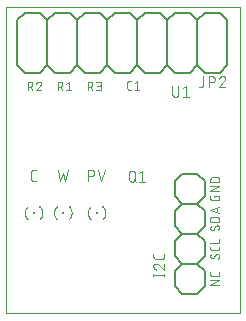
<source format=gto>
G75*
%MOIN*%
%OFA0B0*%
%FSLAX25Y25*%
%IPPOS*%
%LPD*%
%AMOC8*
5,1,8,0,0,1.08239X$1,22.5*
%
%ADD10C,0.00000*%
%ADD11C,0.00300*%
%ADD12C,0.00600*%
%ADD13C,0.00400*%
%ADD14R,0.00787X0.00787*%
%ADD15R,0.00984X0.00591*%
D10*
X0330000Y0517000D02*
X0330000Y0619000D01*
X0408000Y0619000D01*
X0408000Y0517000D01*
X0330000Y0517000D01*
D11*
X0339250Y0561150D02*
X0340072Y0561150D01*
X0339250Y0561150D02*
X0339194Y0561152D01*
X0339138Y0561158D01*
X0339083Y0561167D01*
X0339028Y0561180D01*
X0338975Y0561197D01*
X0338923Y0561218D01*
X0338872Y0561242D01*
X0338823Y0561270D01*
X0338776Y0561300D01*
X0338731Y0561334D01*
X0338689Y0561371D01*
X0338649Y0561411D01*
X0338612Y0561453D01*
X0338578Y0561498D01*
X0338548Y0561545D01*
X0338520Y0561594D01*
X0338496Y0561645D01*
X0338475Y0561697D01*
X0338458Y0561750D01*
X0338445Y0561805D01*
X0338436Y0561860D01*
X0338430Y0561916D01*
X0338428Y0561972D01*
X0338428Y0564028D01*
X0338430Y0564084D01*
X0338436Y0564140D01*
X0338445Y0564195D01*
X0338458Y0564250D01*
X0338475Y0564303D01*
X0338496Y0564355D01*
X0338520Y0564406D01*
X0338548Y0564455D01*
X0338578Y0564502D01*
X0338612Y0564547D01*
X0338649Y0564589D01*
X0338689Y0564629D01*
X0338731Y0564666D01*
X0338776Y0564700D01*
X0338823Y0564730D01*
X0338872Y0564758D01*
X0338923Y0564782D01*
X0338975Y0564803D01*
X0339028Y0564820D01*
X0339083Y0564833D01*
X0339138Y0564842D01*
X0339194Y0564848D01*
X0339250Y0564850D01*
X0340072Y0564850D01*
X0347356Y0564850D02*
X0348178Y0561150D01*
X0349000Y0563617D01*
X0349822Y0561150D01*
X0350644Y0564850D01*
X0357405Y0564850D02*
X0357405Y0561150D01*
X0357405Y0562794D02*
X0358433Y0562794D01*
X0358496Y0562796D01*
X0358559Y0562802D01*
X0358622Y0562812D01*
X0358684Y0562825D01*
X0358745Y0562842D01*
X0358804Y0562863D01*
X0358863Y0562888D01*
X0358919Y0562916D01*
X0358974Y0562948D01*
X0359027Y0562983D01*
X0359077Y0563021D01*
X0359126Y0563062D01*
X0359171Y0563106D01*
X0359214Y0563153D01*
X0359253Y0563202D01*
X0359290Y0563254D01*
X0359323Y0563308D01*
X0359353Y0563364D01*
X0359380Y0563421D01*
X0359403Y0563480D01*
X0359422Y0563541D01*
X0359437Y0563602D01*
X0359449Y0563664D01*
X0359457Y0563727D01*
X0359461Y0563790D01*
X0359461Y0563854D01*
X0359457Y0563917D01*
X0359449Y0563980D01*
X0359437Y0564042D01*
X0359422Y0564103D01*
X0359403Y0564164D01*
X0359380Y0564223D01*
X0359353Y0564280D01*
X0359323Y0564336D01*
X0359290Y0564390D01*
X0359253Y0564442D01*
X0359214Y0564491D01*
X0359171Y0564538D01*
X0359126Y0564582D01*
X0359077Y0564623D01*
X0359027Y0564661D01*
X0358974Y0564696D01*
X0358919Y0564728D01*
X0358863Y0564756D01*
X0358804Y0564781D01*
X0358745Y0564802D01*
X0358684Y0564819D01*
X0358622Y0564832D01*
X0358559Y0564842D01*
X0358496Y0564848D01*
X0358433Y0564850D01*
X0357405Y0564850D01*
X0360628Y0564850D02*
X0361861Y0561150D01*
X0363095Y0564850D01*
X0370964Y0563572D02*
X0370964Y0561928D01*
X0370966Y0561865D01*
X0370972Y0561802D01*
X0370982Y0561739D01*
X0370995Y0561677D01*
X0371012Y0561616D01*
X0371033Y0561557D01*
X0371058Y0561498D01*
X0371086Y0561442D01*
X0371118Y0561387D01*
X0371153Y0561334D01*
X0371191Y0561284D01*
X0371232Y0561235D01*
X0371276Y0561190D01*
X0371323Y0561147D01*
X0371372Y0561108D01*
X0371424Y0561071D01*
X0371478Y0561038D01*
X0371534Y0561008D01*
X0371591Y0560981D01*
X0371650Y0560958D01*
X0371711Y0560939D01*
X0371772Y0560924D01*
X0371834Y0560912D01*
X0371897Y0560904D01*
X0371960Y0560900D01*
X0372024Y0560900D01*
X0372087Y0560904D01*
X0372150Y0560912D01*
X0372212Y0560924D01*
X0372273Y0560939D01*
X0372334Y0560958D01*
X0372393Y0560981D01*
X0372450Y0561008D01*
X0372506Y0561038D01*
X0372560Y0561071D01*
X0372612Y0561108D01*
X0372661Y0561147D01*
X0372708Y0561190D01*
X0372752Y0561235D01*
X0372793Y0561284D01*
X0372831Y0561334D01*
X0372866Y0561387D01*
X0372898Y0561442D01*
X0372926Y0561498D01*
X0372951Y0561557D01*
X0372972Y0561616D01*
X0372989Y0561677D01*
X0373002Y0561739D01*
X0373012Y0561802D01*
X0373018Y0561865D01*
X0373020Y0561928D01*
X0373020Y0563572D01*
X0373018Y0563635D01*
X0373012Y0563698D01*
X0373002Y0563761D01*
X0372989Y0563823D01*
X0372972Y0563884D01*
X0372951Y0563943D01*
X0372926Y0564002D01*
X0372898Y0564058D01*
X0372866Y0564113D01*
X0372831Y0564166D01*
X0372793Y0564216D01*
X0372752Y0564265D01*
X0372708Y0564310D01*
X0372661Y0564353D01*
X0372612Y0564392D01*
X0372560Y0564429D01*
X0372506Y0564462D01*
X0372450Y0564492D01*
X0372393Y0564519D01*
X0372334Y0564542D01*
X0372273Y0564561D01*
X0372212Y0564576D01*
X0372150Y0564588D01*
X0372087Y0564596D01*
X0372024Y0564600D01*
X0371960Y0564600D01*
X0371897Y0564596D01*
X0371834Y0564588D01*
X0371772Y0564576D01*
X0371711Y0564561D01*
X0371650Y0564542D01*
X0371591Y0564519D01*
X0371534Y0564492D01*
X0371478Y0564462D01*
X0371424Y0564429D01*
X0371372Y0564392D01*
X0371323Y0564353D01*
X0371276Y0564310D01*
X0371232Y0564265D01*
X0371191Y0564216D01*
X0371153Y0564166D01*
X0371118Y0564113D01*
X0371086Y0564058D01*
X0371058Y0564002D01*
X0371033Y0563943D01*
X0371012Y0563884D01*
X0370995Y0563823D01*
X0370982Y0563761D01*
X0370972Y0563698D01*
X0370966Y0563635D01*
X0370964Y0563572D01*
X0372608Y0561722D02*
X0373431Y0560900D01*
X0374480Y0560900D02*
X0376536Y0560900D01*
X0375508Y0560900D02*
X0375508Y0564600D01*
X0374480Y0563778D01*
X0374510Y0591550D02*
X0372899Y0591550D01*
X0373705Y0591550D02*
X0373705Y0594450D01*
X0372899Y0593806D01*
X0371779Y0594450D02*
X0371134Y0594450D01*
X0371083Y0594448D01*
X0371033Y0594442D01*
X0370984Y0594432D01*
X0370935Y0594418D01*
X0370888Y0594401D01*
X0370842Y0594380D01*
X0370798Y0594355D01*
X0370755Y0594327D01*
X0370716Y0594296D01*
X0370679Y0594261D01*
X0370644Y0594224D01*
X0370613Y0594185D01*
X0370585Y0594142D01*
X0370560Y0594098D01*
X0370539Y0594052D01*
X0370522Y0594005D01*
X0370508Y0593956D01*
X0370498Y0593907D01*
X0370492Y0593857D01*
X0370490Y0593806D01*
X0370490Y0592194D01*
X0370492Y0592146D01*
X0370497Y0592098D01*
X0370506Y0592051D01*
X0370519Y0592004D01*
X0370535Y0591959D01*
X0370554Y0591915D01*
X0370576Y0591872D01*
X0370602Y0591831D01*
X0370631Y0591792D01*
X0370662Y0591756D01*
X0370696Y0591722D01*
X0370732Y0591691D01*
X0370771Y0591662D01*
X0370812Y0591636D01*
X0370855Y0591614D01*
X0370899Y0591595D01*
X0370944Y0591579D01*
X0370991Y0591566D01*
X0371038Y0591557D01*
X0371086Y0591552D01*
X0371134Y0591550D01*
X0371779Y0591550D01*
X0361091Y0592911D02*
X0360447Y0592911D01*
X0361091Y0592912D02*
X0361140Y0592914D01*
X0361189Y0592920D01*
X0361238Y0592929D01*
X0361285Y0592942D01*
X0361332Y0592959D01*
X0361377Y0592979D01*
X0361420Y0593002D01*
X0361462Y0593029D01*
X0361501Y0593059D01*
X0361538Y0593092D01*
X0361572Y0593128D01*
X0361603Y0593166D01*
X0361632Y0593206D01*
X0361657Y0593248D01*
X0361679Y0593293D01*
X0361697Y0593338D01*
X0361712Y0593385D01*
X0361723Y0593433D01*
X0361731Y0593482D01*
X0361735Y0593531D01*
X0361735Y0593581D01*
X0361731Y0593630D01*
X0361723Y0593679D01*
X0361712Y0593727D01*
X0361697Y0593774D01*
X0361679Y0593819D01*
X0361657Y0593864D01*
X0361632Y0593906D01*
X0361603Y0593946D01*
X0361572Y0593984D01*
X0361538Y0594020D01*
X0361501Y0594053D01*
X0361462Y0594083D01*
X0361420Y0594110D01*
X0361377Y0594133D01*
X0361332Y0594153D01*
X0361285Y0594170D01*
X0361238Y0594183D01*
X0361189Y0594192D01*
X0361140Y0594198D01*
X0361091Y0594200D01*
X0360124Y0594200D01*
X0358070Y0594200D02*
X0357265Y0594200D01*
X0357265Y0591300D01*
X0357265Y0592589D02*
X0358070Y0592589D01*
X0358231Y0592589D02*
X0358876Y0591300D01*
X0360124Y0591300D02*
X0360930Y0591300D01*
X0360985Y0591302D01*
X0361040Y0591308D01*
X0361094Y0591317D01*
X0361147Y0591330D01*
X0361200Y0591347D01*
X0361251Y0591367D01*
X0361301Y0591390D01*
X0361349Y0591417D01*
X0361395Y0591448D01*
X0361439Y0591481D01*
X0361480Y0591517D01*
X0361519Y0591556D01*
X0361555Y0591597D01*
X0361588Y0591641D01*
X0361619Y0591687D01*
X0361646Y0591735D01*
X0361669Y0591785D01*
X0361689Y0591836D01*
X0361706Y0591889D01*
X0361719Y0591942D01*
X0361728Y0591996D01*
X0361734Y0592051D01*
X0361736Y0592106D01*
X0361734Y0592161D01*
X0361728Y0592216D01*
X0361719Y0592270D01*
X0361706Y0592323D01*
X0361689Y0592376D01*
X0361669Y0592427D01*
X0361646Y0592477D01*
X0361619Y0592525D01*
X0361588Y0592571D01*
X0361555Y0592615D01*
X0361519Y0592656D01*
X0361480Y0592695D01*
X0361439Y0592731D01*
X0361395Y0592764D01*
X0361349Y0592795D01*
X0361301Y0592822D01*
X0361251Y0592845D01*
X0361200Y0592865D01*
X0361147Y0592882D01*
X0361094Y0592895D01*
X0361040Y0592904D01*
X0360985Y0592910D01*
X0360930Y0592912D01*
X0358070Y0592588D02*
X0358125Y0592590D01*
X0358180Y0592596D01*
X0358234Y0592605D01*
X0358287Y0592618D01*
X0358340Y0592635D01*
X0358391Y0592655D01*
X0358441Y0592678D01*
X0358489Y0592705D01*
X0358535Y0592736D01*
X0358579Y0592769D01*
X0358620Y0592805D01*
X0358659Y0592844D01*
X0358695Y0592885D01*
X0358728Y0592929D01*
X0358759Y0592975D01*
X0358786Y0593023D01*
X0358809Y0593073D01*
X0358829Y0593124D01*
X0358846Y0593177D01*
X0358859Y0593230D01*
X0358868Y0593284D01*
X0358874Y0593339D01*
X0358876Y0593394D01*
X0358874Y0593449D01*
X0358868Y0593504D01*
X0358859Y0593558D01*
X0358846Y0593611D01*
X0358829Y0593664D01*
X0358809Y0593715D01*
X0358786Y0593765D01*
X0358759Y0593813D01*
X0358728Y0593859D01*
X0358695Y0593903D01*
X0358659Y0593944D01*
X0358620Y0593983D01*
X0358579Y0594019D01*
X0358535Y0594052D01*
X0358489Y0594083D01*
X0358441Y0594110D01*
X0358391Y0594133D01*
X0358340Y0594153D01*
X0358287Y0594170D01*
X0358234Y0594183D01*
X0358180Y0594192D01*
X0358125Y0594198D01*
X0358070Y0594200D01*
X0351735Y0591300D02*
X0350124Y0591300D01*
X0350930Y0591300D02*
X0350930Y0594200D01*
X0350124Y0593556D01*
X0348070Y0594200D02*
X0348125Y0594198D01*
X0348180Y0594192D01*
X0348234Y0594183D01*
X0348287Y0594170D01*
X0348340Y0594153D01*
X0348391Y0594133D01*
X0348441Y0594110D01*
X0348489Y0594083D01*
X0348535Y0594052D01*
X0348579Y0594019D01*
X0348620Y0593983D01*
X0348659Y0593944D01*
X0348695Y0593903D01*
X0348728Y0593859D01*
X0348759Y0593813D01*
X0348786Y0593765D01*
X0348809Y0593715D01*
X0348829Y0593664D01*
X0348846Y0593611D01*
X0348859Y0593558D01*
X0348868Y0593504D01*
X0348874Y0593449D01*
X0348876Y0593394D01*
X0348874Y0593339D01*
X0348868Y0593284D01*
X0348859Y0593230D01*
X0348846Y0593177D01*
X0348829Y0593124D01*
X0348809Y0593073D01*
X0348786Y0593023D01*
X0348759Y0592975D01*
X0348728Y0592929D01*
X0348695Y0592885D01*
X0348659Y0592844D01*
X0348620Y0592805D01*
X0348579Y0592769D01*
X0348535Y0592736D01*
X0348489Y0592705D01*
X0348441Y0592678D01*
X0348391Y0592655D01*
X0348340Y0592635D01*
X0348287Y0592618D01*
X0348234Y0592605D01*
X0348180Y0592596D01*
X0348125Y0592590D01*
X0348070Y0592588D01*
X0348070Y0592589D02*
X0347265Y0592589D01*
X0348231Y0592589D02*
X0348876Y0591300D01*
X0347265Y0591300D02*
X0347265Y0594200D01*
X0348070Y0594200D01*
X0341494Y0592911D02*
X0340124Y0591300D01*
X0341735Y0591300D01*
X0340124Y0593556D02*
X0340144Y0593611D01*
X0340167Y0593665D01*
X0340194Y0593717D01*
X0340224Y0593767D01*
X0340256Y0593816D01*
X0340292Y0593862D01*
X0340331Y0593906D01*
X0340372Y0593947D01*
X0340416Y0593986D01*
X0340462Y0594022D01*
X0340511Y0594055D01*
X0340561Y0594085D01*
X0340613Y0594111D01*
X0340667Y0594135D01*
X0340722Y0594154D01*
X0340778Y0594171D01*
X0340835Y0594183D01*
X0340893Y0594193D01*
X0340951Y0594198D01*
X0341010Y0594200D01*
X0341062Y0594198D01*
X0341113Y0594193D01*
X0341164Y0594183D01*
X0341214Y0594171D01*
X0341263Y0594154D01*
X0341311Y0594134D01*
X0341357Y0594111D01*
X0341402Y0594085D01*
X0341444Y0594055D01*
X0341485Y0594023D01*
X0341523Y0593988D01*
X0341558Y0593950D01*
X0341590Y0593909D01*
X0341620Y0593867D01*
X0341646Y0593822D01*
X0341669Y0593776D01*
X0341689Y0593728D01*
X0341706Y0593679D01*
X0341718Y0593629D01*
X0341728Y0593578D01*
X0341733Y0593527D01*
X0341735Y0593475D01*
X0341736Y0593475D02*
X0341734Y0593422D01*
X0341729Y0593370D01*
X0341720Y0593318D01*
X0341708Y0593267D01*
X0341692Y0593217D01*
X0341673Y0593168D01*
X0341651Y0593121D01*
X0341625Y0593075D01*
X0341597Y0593030D01*
X0341565Y0592988D01*
X0341531Y0592948D01*
X0341494Y0592911D01*
X0338876Y0591300D02*
X0338231Y0592589D01*
X0338070Y0592589D02*
X0337265Y0592589D01*
X0338070Y0592588D02*
X0338125Y0592590D01*
X0338180Y0592596D01*
X0338234Y0592605D01*
X0338287Y0592618D01*
X0338340Y0592635D01*
X0338391Y0592655D01*
X0338441Y0592678D01*
X0338489Y0592705D01*
X0338535Y0592736D01*
X0338579Y0592769D01*
X0338620Y0592805D01*
X0338659Y0592844D01*
X0338695Y0592885D01*
X0338728Y0592929D01*
X0338759Y0592975D01*
X0338786Y0593023D01*
X0338809Y0593073D01*
X0338829Y0593124D01*
X0338846Y0593177D01*
X0338859Y0593230D01*
X0338868Y0593284D01*
X0338874Y0593339D01*
X0338876Y0593394D01*
X0338874Y0593449D01*
X0338868Y0593504D01*
X0338859Y0593558D01*
X0338846Y0593611D01*
X0338829Y0593664D01*
X0338809Y0593715D01*
X0338786Y0593765D01*
X0338759Y0593813D01*
X0338728Y0593859D01*
X0338695Y0593903D01*
X0338659Y0593944D01*
X0338620Y0593983D01*
X0338579Y0594019D01*
X0338535Y0594052D01*
X0338489Y0594083D01*
X0338441Y0594110D01*
X0338391Y0594133D01*
X0338340Y0594153D01*
X0338287Y0594170D01*
X0338234Y0594183D01*
X0338180Y0594192D01*
X0338125Y0594198D01*
X0338070Y0594200D01*
X0337265Y0594200D01*
X0337265Y0591300D01*
X0385400Y0590178D02*
X0385400Y0592850D01*
X0387456Y0592850D02*
X0387456Y0590178D01*
X0387454Y0590115D01*
X0387448Y0590052D01*
X0387438Y0589989D01*
X0387425Y0589927D01*
X0387408Y0589866D01*
X0387387Y0589807D01*
X0387362Y0589748D01*
X0387334Y0589692D01*
X0387302Y0589637D01*
X0387267Y0589584D01*
X0387229Y0589534D01*
X0387188Y0589485D01*
X0387144Y0589440D01*
X0387097Y0589397D01*
X0387048Y0589358D01*
X0386996Y0589321D01*
X0386942Y0589288D01*
X0386886Y0589258D01*
X0386829Y0589231D01*
X0386770Y0589208D01*
X0386709Y0589189D01*
X0386648Y0589174D01*
X0386586Y0589162D01*
X0386523Y0589154D01*
X0386460Y0589150D01*
X0386396Y0589150D01*
X0386333Y0589154D01*
X0386270Y0589162D01*
X0386208Y0589174D01*
X0386147Y0589189D01*
X0386086Y0589208D01*
X0386027Y0589231D01*
X0385970Y0589258D01*
X0385914Y0589288D01*
X0385860Y0589321D01*
X0385808Y0589358D01*
X0385759Y0589397D01*
X0385712Y0589440D01*
X0385668Y0589485D01*
X0385627Y0589534D01*
X0385589Y0589584D01*
X0385554Y0589637D01*
X0385522Y0589692D01*
X0385494Y0589748D01*
X0385469Y0589807D01*
X0385448Y0589866D01*
X0385431Y0589927D01*
X0385418Y0589989D01*
X0385408Y0590052D01*
X0385402Y0590115D01*
X0385400Y0590178D01*
X0389120Y0589150D02*
X0391176Y0589150D01*
X0390148Y0589150D02*
X0390148Y0592850D01*
X0389120Y0592028D01*
X0398956Y0562378D02*
X0400244Y0562378D01*
X0400299Y0562376D01*
X0400354Y0562370D01*
X0400408Y0562361D01*
X0400461Y0562348D01*
X0400514Y0562331D01*
X0400565Y0562311D01*
X0400615Y0562288D01*
X0400663Y0562261D01*
X0400709Y0562230D01*
X0400753Y0562197D01*
X0400794Y0562161D01*
X0400833Y0562122D01*
X0400869Y0562081D01*
X0400902Y0562037D01*
X0400933Y0561991D01*
X0400960Y0561943D01*
X0400983Y0561893D01*
X0401003Y0561842D01*
X0401020Y0561789D01*
X0401033Y0561736D01*
X0401042Y0561682D01*
X0401048Y0561627D01*
X0401050Y0561572D01*
X0401050Y0560766D01*
X0398150Y0560766D01*
X0398150Y0561572D01*
X0398152Y0561627D01*
X0398158Y0561682D01*
X0398167Y0561736D01*
X0398180Y0561789D01*
X0398197Y0561842D01*
X0398217Y0561893D01*
X0398240Y0561943D01*
X0398267Y0561991D01*
X0398298Y0562037D01*
X0398331Y0562081D01*
X0398367Y0562122D01*
X0398406Y0562161D01*
X0398447Y0562197D01*
X0398491Y0562230D01*
X0398537Y0562261D01*
X0398585Y0562288D01*
X0398635Y0562311D01*
X0398686Y0562331D01*
X0398739Y0562348D01*
X0398792Y0562361D01*
X0398846Y0562370D01*
X0398901Y0562376D01*
X0398956Y0562378D01*
X0398150Y0559306D02*
X0401050Y0559306D01*
X0398150Y0557694D01*
X0401050Y0557694D01*
X0401050Y0556234D02*
X0401050Y0555267D01*
X0401048Y0555219D01*
X0401043Y0555171D01*
X0401034Y0555124D01*
X0401021Y0555077D01*
X0401005Y0555032D01*
X0400986Y0554988D01*
X0400964Y0554945D01*
X0400938Y0554904D01*
X0400909Y0554865D01*
X0400878Y0554829D01*
X0400844Y0554795D01*
X0400808Y0554764D01*
X0400769Y0554735D01*
X0400728Y0554709D01*
X0400685Y0554687D01*
X0400641Y0554668D01*
X0400596Y0554652D01*
X0400549Y0554639D01*
X0400502Y0554630D01*
X0400454Y0554625D01*
X0400406Y0554623D01*
X0400406Y0554622D02*
X0398794Y0554622D01*
X0398794Y0554623D02*
X0398743Y0554625D01*
X0398693Y0554631D01*
X0398644Y0554641D01*
X0398595Y0554655D01*
X0398548Y0554672D01*
X0398502Y0554693D01*
X0398458Y0554718D01*
X0398415Y0554746D01*
X0398376Y0554777D01*
X0398339Y0554812D01*
X0398304Y0554849D01*
X0398273Y0554888D01*
X0398245Y0554930D01*
X0398220Y0554975D01*
X0398199Y0555021D01*
X0398182Y0555068D01*
X0398168Y0555117D01*
X0398158Y0555166D01*
X0398152Y0555216D01*
X0398150Y0555267D01*
X0398150Y0556234D01*
X0399439Y0556234D02*
X0401050Y0556234D01*
X0399439Y0556234D02*
X0399439Y0555750D01*
X0400325Y0552072D02*
X0400325Y0550622D01*
X0401050Y0550381D02*
X0398150Y0551347D01*
X0401050Y0552314D01*
X0400244Y0549177D02*
X0398956Y0549177D01*
X0398901Y0549175D01*
X0398846Y0549169D01*
X0398792Y0549160D01*
X0398739Y0549147D01*
X0398686Y0549130D01*
X0398635Y0549110D01*
X0398585Y0549087D01*
X0398537Y0549060D01*
X0398491Y0549029D01*
X0398447Y0548996D01*
X0398406Y0548960D01*
X0398367Y0548921D01*
X0398331Y0548880D01*
X0398298Y0548836D01*
X0398267Y0548790D01*
X0398240Y0548742D01*
X0398217Y0548692D01*
X0398197Y0548641D01*
X0398180Y0548588D01*
X0398167Y0548535D01*
X0398158Y0548481D01*
X0398152Y0548426D01*
X0398150Y0548371D01*
X0398150Y0547566D01*
X0401050Y0547566D01*
X0401050Y0548371D01*
X0401048Y0548426D01*
X0401042Y0548481D01*
X0401033Y0548535D01*
X0401020Y0548588D01*
X0401003Y0548641D01*
X0400983Y0548692D01*
X0400960Y0548742D01*
X0400933Y0548790D01*
X0400902Y0548836D01*
X0400869Y0548880D01*
X0400833Y0548921D01*
X0400794Y0548960D01*
X0400753Y0548996D01*
X0400709Y0549029D01*
X0400663Y0549060D01*
X0400615Y0549087D01*
X0400565Y0549110D01*
X0400514Y0549130D01*
X0400461Y0549147D01*
X0400408Y0549160D01*
X0400354Y0549169D01*
X0400299Y0549175D01*
X0400244Y0549177D01*
X0399842Y0545975D02*
X0399358Y0545089D01*
X0398150Y0545411D02*
X0398152Y0545476D01*
X0398157Y0545540D01*
X0398166Y0545605D01*
X0398178Y0545668D01*
X0398193Y0545731D01*
X0398212Y0545793D01*
X0398234Y0545854D01*
X0398259Y0545913D01*
X0398288Y0545972D01*
X0398320Y0546028D01*
X0398354Y0546083D01*
X0398392Y0546136D01*
X0399358Y0545088D02*
X0399332Y0545048D01*
X0399303Y0545009D01*
X0399271Y0544972D01*
X0399236Y0544938D01*
X0399199Y0544907D01*
X0399160Y0544878D01*
X0399119Y0544852D01*
X0399076Y0544830D01*
X0399031Y0544811D01*
X0398985Y0544795D01*
X0398939Y0544782D01*
X0398891Y0544773D01*
X0398843Y0544768D01*
X0398794Y0544766D01*
X0398794Y0544767D02*
X0398746Y0544769D01*
X0398698Y0544774D01*
X0398651Y0544783D01*
X0398604Y0544796D01*
X0398559Y0544812D01*
X0398515Y0544831D01*
X0398472Y0544853D01*
X0398431Y0544879D01*
X0398392Y0544908D01*
X0398356Y0544939D01*
X0398322Y0544973D01*
X0398291Y0545009D01*
X0398262Y0545048D01*
X0398236Y0545089D01*
X0398214Y0545132D01*
X0398195Y0545176D01*
X0398179Y0545221D01*
X0398166Y0545268D01*
X0398157Y0545315D01*
X0398152Y0545363D01*
X0398150Y0545411D01*
X0400647Y0544687D02*
X0400697Y0544738D01*
X0400744Y0544793D01*
X0400787Y0544849D01*
X0400828Y0544908D01*
X0400866Y0544969D01*
X0400900Y0545032D01*
X0400931Y0545097D01*
X0400959Y0545163D01*
X0400983Y0545230D01*
X0401003Y0545299D01*
X0401020Y0545369D01*
X0401033Y0545439D01*
X0401042Y0545510D01*
X0401048Y0545581D01*
X0401050Y0545653D01*
X0401048Y0545701D01*
X0401043Y0545749D01*
X0401034Y0545796D01*
X0401021Y0545843D01*
X0401005Y0545888D01*
X0400986Y0545932D01*
X0400964Y0545975D01*
X0400938Y0546016D01*
X0400909Y0546055D01*
X0400878Y0546091D01*
X0400844Y0546125D01*
X0400808Y0546156D01*
X0400769Y0546185D01*
X0400728Y0546211D01*
X0400685Y0546233D01*
X0400641Y0546252D01*
X0400596Y0546268D01*
X0400549Y0546281D01*
X0400502Y0546290D01*
X0400454Y0546295D01*
X0400406Y0546297D01*
X0400357Y0546295D01*
X0400309Y0546290D01*
X0400261Y0546281D01*
X0400215Y0546268D01*
X0400169Y0546252D01*
X0400124Y0546233D01*
X0400081Y0546211D01*
X0400040Y0546185D01*
X0400001Y0546156D01*
X0399964Y0546125D01*
X0399929Y0546091D01*
X0399897Y0546054D01*
X0399868Y0546015D01*
X0399842Y0545975D01*
X0401050Y0541788D02*
X0401050Y0540499D01*
X0398150Y0540499D01*
X0398150Y0539276D02*
X0398150Y0538632D01*
X0398152Y0538581D01*
X0398158Y0538531D01*
X0398168Y0538482D01*
X0398182Y0538433D01*
X0398199Y0538386D01*
X0398220Y0538340D01*
X0398245Y0538295D01*
X0398273Y0538253D01*
X0398304Y0538214D01*
X0398339Y0538177D01*
X0398376Y0538142D01*
X0398415Y0538111D01*
X0398458Y0538083D01*
X0398502Y0538058D01*
X0398548Y0538037D01*
X0398595Y0538020D01*
X0398644Y0538006D01*
X0398693Y0537996D01*
X0398743Y0537990D01*
X0398794Y0537988D01*
X0398794Y0537987D02*
X0400406Y0537987D01*
X0400406Y0537988D02*
X0400454Y0537990D01*
X0400502Y0537995D01*
X0400549Y0538004D01*
X0400596Y0538017D01*
X0400641Y0538033D01*
X0400685Y0538052D01*
X0400728Y0538074D01*
X0400769Y0538100D01*
X0400808Y0538129D01*
X0400844Y0538160D01*
X0400878Y0538194D01*
X0400909Y0538230D01*
X0400938Y0538269D01*
X0400964Y0538310D01*
X0400986Y0538353D01*
X0401005Y0538397D01*
X0401021Y0538442D01*
X0401034Y0538489D01*
X0401043Y0538536D01*
X0401048Y0538584D01*
X0401050Y0538632D01*
X0401050Y0539276D01*
X0399842Y0536501D02*
X0399358Y0535615D01*
X0398150Y0535937D02*
X0398152Y0536002D01*
X0398157Y0536066D01*
X0398166Y0536131D01*
X0398178Y0536194D01*
X0398193Y0536257D01*
X0398212Y0536319D01*
X0398234Y0536380D01*
X0398259Y0536439D01*
X0398288Y0536498D01*
X0398320Y0536554D01*
X0398354Y0536609D01*
X0398392Y0536662D01*
X0399358Y0535615D02*
X0399332Y0535575D01*
X0399303Y0535536D01*
X0399271Y0535499D01*
X0399236Y0535465D01*
X0399199Y0535434D01*
X0399160Y0535405D01*
X0399119Y0535379D01*
X0399076Y0535357D01*
X0399031Y0535338D01*
X0398985Y0535322D01*
X0398939Y0535309D01*
X0398891Y0535300D01*
X0398843Y0535295D01*
X0398794Y0535293D01*
X0398746Y0535295D01*
X0398698Y0535300D01*
X0398651Y0535309D01*
X0398604Y0535322D01*
X0398559Y0535338D01*
X0398515Y0535357D01*
X0398472Y0535379D01*
X0398431Y0535405D01*
X0398392Y0535434D01*
X0398356Y0535465D01*
X0398322Y0535499D01*
X0398291Y0535535D01*
X0398262Y0535574D01*
X0398236Y0535615D01*
X0398214Y0535658D01*
X0398195Y0535702D01*
X0398179Y0535747D01*
X0398166Y0535794D01*
X0398157Y0535841D01*
X0398152Y0535889D01*
X0398150Y0535937D01*
X0400647Y0535213D02*
X0400697Y0535264D01*
X0400744Y0535319D01*
X0400787Y0535375D01*
X0400828Y0535434D01*
X0400866Y0535495D01*
X0400900Y0535558D01*
X0400931Y0535623D01*
X0400959Y0535689D01*
X0400983Y0535756D01*
X0401003Y0535825D01*
X0401020Y0535895D01*
X0401033Y0535965D01*
X0401042Y0536036D01*
X0401048Y0536107D01*
X0401050Y0536179D01*
X0401048Y0536227D01*
X0401043Y0536275D01*
X0401034Y0536322D01*
X0401021Y0536369D01*
X0401005Y0536414D01*
X0400986Y0536458D01*
X0400964Y0536501D01*
X0400938Y0536542D01*
X0400909Y0536581D01*
X0400878Y0536617D01*
X0400844Y0536651D01*
X0400808Y0536682D01*
X0400769Y0536711D01*
X0400728Y0536737D01*
X0400685Y0536759D01*
X0400641Y0536778D01*
X0400596Y0536794D01*
X0400549Y0536807D01*
X0400502Y0536816D01*
X0400454Y0536821D01*
X0400406Y0536823D01*
X0400406Y0536824D02*
X0400357Y0536822D01*
X0400309Y0536817D01*
X0400261Y0536808D01*
X0400215Y0536795D01*
X0400169Y0536779D01*
X0400124Y0536760D01*
X0400081Y0536738D01*
X0400040Y0536712D01*
X0400001Y0536683D01*
X0399964Y0536652D01*
X0399929Y0536618D01*
X0399897Y0536581D01*
X0399868Y0536542D01*
X0399842Y0536502D01*
X0401050Y0530628D02*
X0401050Y0529983D01*
X0401048Y0529935D01*
X0401043Y0529887D01*
X0401034Y0529840D01*
X0401021Y0529793D01*
X0401005Y0529748D01*
X0400986Y0529704D01*
X0400964Y0529661D01*
X0400938Y0529620D01*
X0400909Y0529581D01*
X0400878Y0529545D01*
X0400844Y0529511D01*
X0400808Y0529480D01*
X0400769Y0529451D01*
X0400728Y0529425D01*
X0400685Y0529403D01*
X0400641Y0529384D01*
X0400596Y0529368D01*
X0400549Y0529355D01*
X0400502Y0529346D01*
X0400454Y0529341D01*
X0400406Y0529339D01*
X0398794Y0529339D01*
X0398743Y0529341D01*
X0398693Y0529347D01*
X0398644Y0529357D01*
X0398595Y0529371D01*
X0398548Y0529388D01*
X0398502Y0529409D01*
X0398458Y0529434D01*
X0398415Y0529462D01*
X0398376Y0529493D01*
X0398339Y0529528D01*
X0398304Y0529565D01*
X0398273Y0529604D01*
X0398245Y0529646D01*
X0398220Y0529691D01*
X0398199Y0529737D01*
X0398182Y0529784D01*
X0398168Y0529833D01*
X0398158Y0529882D01*
X0398152Y0529932D01*
X0398150Y0529983D01*
X0398150Y0530628D01*
X0398150Y0527983D02*
X0401050Y0527983D01*
X0398150Y0526372D01*
X0401050Y0526372D01*
D12*
X0396250Y0526000D02*
X0396250Y0531000D01*
X0393750Y0533500D01*
X0396250Y0536000D01*
X0396250Y0541000D01*
X0393750Y0543500D01*
X0388750Y0543500D01*
X0386250Y0541000D01*
X0386250Y0536000D01*
X0388750Y0533500D01*
X0393750Y0533500D01*
X0388750Y0533500D02*
X0386250Y0531000D01*
X0386250Y0526000D01*
X0388750Y0523500D01*
X0393750Y0523500D01*
X0396250Y0526000D01*
X0393750Y0543500D02*
X0396250Y0546000D01*
X0396250Y0551000D01*
X0393750Y0553500D01*
X0396250Y0556000D01*
X0396250Y0561000D01*
X0393750Y0563500D01*
X0388750Y0563500D01*
X0386250Y0561000D01*
X0386250Y0556000D01*
X0388750Y0553500D01*
X0393750Y0553500D01*
X0388750Y0553500D02*
X0386250Y0551000D01*
X0386250Y0546000D01*
X0388750Y0543500D01*
X0386250Y0597250D02*
X0391250Y0597250D01*
X0393750Y0599750D01*
X0396250Y0597250D01*
X0401250Y0597250D01*
X0403750Y0599750D01*
X0403750Y0614750D01*
X0401250Y0617250D01*
X0396250Y0617250D01*
X0393750Y0614750D01*
X0393750Y0599750D01*
X0386250Y0597250D02*
X0383750Y0599750D01*
X0383750Y0614750D01*
X0386250Y0617250D01*
X0391250Y0617250D01*
X0393750Y0614750D01*
X0383750Y0614750D02*
X0381250Y0617250D01*
X0376250Y0617250D01*
X0373750Y0614750D01*
X0373750Y0599750D01*
X0376250Y0597250D01*
X0381250Y0597250D01*
X0383750Y0599750D01*
X0373750Y0599750D02*
X0371250Y0597250D01*
X0366250Y0597250D01*
X0363750Y0599750D01*
X0363750Y0614750D01*
X0366250Y0617250D01*
X0371250Y0617250D01*
X0373750Y0614750D01*
X0363750Y0614750D02*
X0361250Y0617250D01*
X0356250Y0617250D01*
X0353750Y0614750D01*
X0353750Y0599750D01*
X0356250Y0597250D01*
X0361250Y0597250D01*
X0363750Y0599750D01*
X0353750Y0599750D02*
X0351250Y0597250D01*
X0346250Y0597250D01*
X0343750Y0599750D01*
X0343750Y0614750D01*
X0346250Y0617250D01*
X0351250Y0617250D01*
X0353750Y0614750D01*
X0343750Y0614750D02*
X0341250Y0617250D01*
X0336250Y0617250D01*
X0333750Y0614750D01*
X0333750Y0599750D01*
X0336250Y0597250D01*
X0341250Y0597250D01*
X0343750Y0599750D01*
D13*
X0337282Y0552665D02*
X0337205Y0552592D01*
X0337130Y0552517D01*
X0337059Y0552439D01*
X0336990Y0552358D01*
X0336924Y0552275D01*
X0336861Y0552190D01*
X0336802Y0552102D01*
X0336745Y0552013D01*
X0336692Y0551921D01*
X0336642Y0551827D01*
X0336596Y0551732D01*
X0336553Y0551635D01*
X0336514Y0551537D01*
X0336478Y0551437D01*
X0336446Y0551336D01*
X0336418Y0551234D01*
X0336393Y0551131D01*
X0336372Y0551027D01*
X0336355Y0550922D01*
X0336341Y0550817D01*
X0336332Y0550712D01*
X0336326Y0550606D01*
X0336324Y0550500D01*
X0336326Y0550394D01*
X0336332Y0550288D01*
X0336341Y0550183D01*
X0336355Y0550078D01*
X0336372Y0549973D01*
X0336393Y0549869D01*
X0336418Y0549766D01*
X0336446Y0549664D01*
X0336478Y0549563D01*
X0336514Y0549463D01*
X0336553Y0549365D01*
X0336596Y0549268D01*
X0336642Y0549173D01*
X0336692Y0549079D01*
X0336745Y0548987D01*
X0336802Y0548898D01*
X0336861Y0548810D01*
X0336924Y0548725D01*
X0336990Y0548642D01*
X0337059Y0548561D01*
X0337130Y0548483D01*
X0337205Y0548408D01*
X0337282Y0548335D01*
X0341218Y0548335D02*
X0341295Y0548408D01*
X0341370Y0548483D01*
X0341441Y0548561D01*
X0341510Y0548642D01*
X0341576Y0548725D01*
X0341639Y0548810D01*
X0341698Y0548898D01*
X0341755Y0548987D01*
X0341808Y0549079D01*
X0341858Y0549173D01*
X0341904Y0549268D01*
X0341947Y0549365D01*
X0341986Y0549463D01*
X0342022Y0549563D01*
X0342054Y0549664D01*
X0342082Y0549766D01*
X0342107Y0549869D01*
X0342128Y0549973D01*
X0342145Y0550078D01*
X0342159Y0550183D01*
X0342168Y0550288D01*
X0342174Y0550394D01*
X0342176Y0550500D01*
X0342174Y0550606D01*
X0342168Y0550712D01*
X0342159Y0550817D01*
X0342145Y0550922D01*
X0342128Y0551027D01*
X0342107Y0551131D01*
X0342082Y0551234D01*
X0342054Y0551336D01*
X0342022Y0551437D01*
X0341986Y0551537D01*
X0341947Y0551635D01*
X0341904Y0551732D01*
X0341858Y0551827D01*
X0341808Y0551921D01*
X0341755Y0552013D01*
X0341698Y0552102D01*
X0341639Y0552190D01*
X0341576Y0552275D01*
X0341510Y0552358D01*
X0341441Y0552439D01*
X0341370Y0552517D01*
X0341295Y0552592D01*
X0341218Y0552665D01*
X0347032Y0552665D02*
X0346955Y0552592D01*
X0346880Y0552517D01*
X0346809Y0552439D01*
X0346740Y0552358D01*
X0346674Y0552275D01*
X0346611Y0552190D01*
X0346552Y0552102D01*
X0346495Y0552013D01*
X0346442Y0551921D01*
X0346392Y0551827D01*
X0346346Y0551732D01*
X0346303Y0551635D01*
X0346264Y0551537D01*
X0346228Y0551437D01*
X0346196Y0551336D01*
X0346168Y0551234D01*
X0346143Y0551131D01*
X0346122Y0551027D01*
X0346105Y0550922D01*
X0346091Y0550817D01*
X0346082Y0550712D01*
X0346076Y0550606D01*
X0346074Y0550500D01*
X0346076Y0550394D01*
X0346082Y0550288D01*
X0346091Y0550183D01*
X0346105Y0550078D01*
X0346122Y0549973D01*
X0346143Y0549869D01*
X0346168Y0549766D01*
X0346196Y0549664D01*
X0346228Y0549563D01*
X0346264Y0549463D01*
X0346303Y0549365D01*
X0346346Y0549268D01*
X0346392Y0549173D01*
X0346442Y0549079D01*
X0346495Y0548987D01*
X0346552Y0548898D01*
X0346611Y0548810D01*
X0346674Y0548725D01*
X0346740Y0548642D01*
X0346809Y0548561D01*
X0346880Y0548483D01*
X0346955Y0548408D01*
X0347032Y0548335D01*
X0350968Y0548335D02*
X0351045Y0548408D01*
X0351120Y0548483D01*
X0351191Y0548561D01*
X0351260Y0548642D01*
X0351326Y0548725D01*
X0351389Y0548810D01*
X0351448Y0548898D01*
X0351505Y0548987D01*
X0351558Y0549079D01*
X0351608Y0549173D01*
X0351654Y0549268D01*
X0351697Y0549365D01*
X0351736Y0549463D01*
X0351772Y0549563D01*
X0351804Y0549664D01*
X0351832Y0549766D01*
X0351857Y0549869D01*
X0351878Y0549973D01*
X0351895Y0550078D01*
X0351909Y0550183D01*
X0351918Y0550288D01*
X0351924Y0550394D01*
X0351926Y0550500D01*
X0351924Y0550606D01*
X0351918Y0550712D01*
X0351909Y0550817D01*
X0351895Y0550922D01*
X0351878Y0551027D01*
X0351857Y0551131D01*
X0351832Y0551234D01*
X0351804Y0551336D01*
X0351772Y0551437D01*
X0351736Y0551537D01*
X0351697Y0551635D01*
X0351654Y0551732D01*
X0351608Y0551827D01*
X0351558Y0551921D01*
X0351505Y0552013D01*
X0351448Y0552102D01*
X0351389Y0552190D01*
X0351326Y0552275D01*
X0351260Y0552358D01*
X0351191Y0552439D01*
X0351120Y0552517D01*
X0351045Y0552592D01*
X0350968Y0552665D01*
X0358282Y0552665D02*
X0358205Y0552592D01*
X0358130Y0552517D01*
X0358059Y0552439D01*
X0357990Y0552358D01*
X0357924Y0552275D01*
X0357861Y0552190D01*
X0357802Y0552102D01*
X0357745Y0552013D01*
X0357692Y0551921D01*
X0357642Y0551827D01*
X0357596Y0551732D01*
X0357553Y0551635D01*
X0357514Y0551537D01*
X0357478Y0551437D01*
X0357446Y0551336D01*
X0357418Y0551234D01*
X0357393Y0551131D01*
X0357372Y0551027D01*
X0357355Y0550922D01*
X0357341Y0550817D01*
X0357332Y0550712D01*
X0357326Y0550606D01*
X0357324Y0550500D01*
X0357326Y0550394D01*
X0357332Y0550288D01*
X0357341Y0550183D01*
X0357355Y0550078D01*
X0357372Y0549973D01*
X0357393Y0549869D01*
X0357418Y0549766D01*
X0357446Y0549664D01*
X0357478Y0549563D01*
X0357514Y0549463D01*
X0357553Y0549365D01*
X0357596Y0549268D01*
X0357642Y0549173D01*
X0357692Y0549079D01*
X0357745Y0548987D01*
X0357802Y0548898D01*
X0357861Y0548810D01*
X0357924Y0548725D01*
X0357990Y0548642D01*
X0358059Y0548561D01*
X0358130Y0548483D01*
X0358205Y0548408D01*
X0358282Y0548335D01*
X0362218Y0548335D02*
X0362295Y0548408D01*
X0362370Y0548483D01*
X0362441Y0548561D01*
X0362510Y0548642D01*
X0362576Y0548725D01*
X0362639Y0548810D01*
X0362698Y0548898D01*
X0362755Y0548987D01*
X0362808Y0549079D01*
X0362858Y0549173D01*
X0362904Y0549268D01*
X0362947Y0549365D01*
X0362986Y0549463D01*
X0363022Y0549563D01*
X0363054Y0549664D01*
X0363082Y0549766D01*
X0363107Y0549869D01*
X0363128Y0549973D01*
X0363145Y0550078D01*
X0363159Y0550183D01*
X0363168Y0550288D01*
X0363174Y0550394D01*
X0363176Y0550500D01*
X0363174Y0550606D01*
X0363168Y0550712D01*
X0363159Y0550817D01*
X0363145Y0550922D01*
X0363128Y0551027D01*
X0363107Y0551131D01*
X0363082Y0551234D01*
X0363054Y0551336D01*
X0363022Y0551437D01*
X0362986Y0551537D01*
X0362947Y0551635D01*
X0362904Y0551732D01*
X0362858Y0551827D01*
X0362808Y0551921D01*
X0362755Y0552013D01*
X0362698Y0552102D01*
X0362639Y0552190D01*
X0362576Y0552275D01*
X0362510Y0552358D01*
X0362441Y0552439D01*
X0362370Y0552517D01*
X0362295Y0552592D01*
X0362218Y0552665D01*
X0379150Y0536784D02*
X0379150Y0535984D01*
X0379152Y0535929D01*
X0379157Y0535875D01*
X0379167Y0535821D01*
X0379180Y0535768D01*
X0379196Y0535716D01*
X0379216Y0535665D01*
X0379240Y0535616D01*
X0379266Y0535568D01*
X0379296Y0535523D01*
X0379329Y0535479D01*
X0379365Y0535438D01*
X0379404Y0535399D01*
X0379445Y0535363D01*
X0379489Y0535330D01*
X0379534Y0535300D01*
X0379582Y0535274D01*
X0379631Y0535250D01*
X0379682Y0535230D01*
X0379734Y0535214D01*
X0379787Y0535201D01*
X0379841Y0535191D01*
X0379895Y0535186D01*
X0379950Y0535184D01*
X0381950Y0535184D01*
X0382005Y0535186D01*
X0382059Y0535191D01*
X0382113Y0535201D01*
X0382166Y0535214D01*
X0382218Y0535230D01*
X0382269Y0535250D01*
X0382318Y0535274D01*
X0382366Y0535300D01*
X0382411Y0535330D01*
X0382455Y0535363D01*
X0382496Y0535399D01*
X0382535Y0535438D01*
X0382571Y0535479D01*
X0382604Y0535523D01*
X0382634Y0535568D01*
X0382660Y0535616D01*
X0382684Y0535665D01*
X0382704Y0535716D01*
X0382720Y0535768D01*
X0382733Y0535821D01*
X0382743Y0535875D01*
X0382748Y0535929D01*
X0382750Y0535984D01*
X0382750Y0536784D01*
X0382750Y0533596D02*
X0382750Y0531596D01*
X0380750Y0533296D01*
X0379150Y0532696D02*
X0379152Y0532630D01*
X0379158Y0532564D01*
X0379167Y0532499D01*
X0379180Y0532434D01*
X0379197Y0532370D01*
X0379217Y0532307D01*
X0379241Y0532246D01*
X0379269Y0532186D01*
X0379300Y0532127D01*
X0379334Y0532071D01*
X0379371Y0532016D01*
X0379411Y0531964D01*
X0379455Y0531914D01*
X0379501Y0531867D01*
X0379550Y0531822D01*
X0379601Y0531780D01*
X0379654Y0531741D01*
X0379710Y0531706D01*
X0379767Y0531673D01*
X0379827Y0531644D01*
X0379888Y0531618D01*
X0379950Y0531596D01*
X0380750Y0533296D02*
X0380707Y0533338D01*
X0380662Y0533378D01*
X0380614Y0533414D01*
X0380564Y0533448D01*
X0380512Y0533478D01*
X0380458Y0533506D01*
X0380403Y0533529D01*
X0380346Y0533549D01*
X0380288Y0533566D01*
X0380230Y0533579D01*
X0380170Y0533589D01*
X0380110Y0533594D01*
X0380050Y0533596D01*
X0379991Y0533594D01*
X0379933Y0533588D01*
X0379874Y0533579D01*
X0379817Y0533565D01*
X0379761Y0533548D01*
X0379706Y0533527D01*
X0379652Y0533503D01*
X0379600Y0533475D01*
X0379550Y0533444D01*
X0379502Y0533410D01*
X0379457Y0533373D01*
X0379414Y0533332D01*
X0379373Y0533289D01*
X0379336Y0533244D01*
X0379302Y0533196D01*
X0379271Y0533146D01*
X0379243Y0533094D01*
X0379219Y0533040D01*
X0379198Y0532985D01*
X0379181Y0532929D01*
X0379167Y0532872D01*
X0379158Y0532813D01*
X0379152Y0532755D01*
X0379150Y0532696D01*
X0379150Y0530116D02*
X0379150Y0529316D01*
X0379150Y0529716D02*
X0382750Y0529716D01*
X0382750Y0529316D02*
X0382750Y0530116D01*
X0394546Y0592450D02*
X0394946Y0592450D01*
X0395001Y0592452D01*
X0395055Y0592457D01*
X0395109Y0592467D01*
X0395162Y0592480D01*
X0395214Y0592496D01*
X0395265Y0592516D01*
X0395314Y0592540D01*
X0395362Y0592566D01*
X0395407Y0592596D01*
X0395451Y0592629D01*
X0395492Y0592665D01*
X0395531Y0592704D01*
X0395567Y0592745D01*
X0395600Y0592789D01*
X0395630Y0592834D01*
X0395656Y0592882D01*
X0395680Y0592931D01*
X0395700Y0592982D01*
X0395716Y0593034D01*
X0395729Y0593087D01*
X0395739Y0593141D01*
X0395744Y0593195D01*
X0395746Y0593250D01*
X0395746Y0596050D01*
X0397630Y0596050D02*
X0398630Y0596050D01*
X0397630Y0596050D02*
X0397630Y0592450D01*
X0397630Y0594050D02*
X0398630Y0594050D01*
X0398692Y0594052D01*
X0398753Y0594058D01*
X0398814Y0594067D01*
X0398874Y0594080D01*
X0398933Y0594097D01*
X0398991Y0594118D01*
X0399048Y0594142D01*
X0399103Y0594169D01*
X0399156Y0594200D01*
X0399208Y0594234D01*
X0399257Y0594271D01*
X0399304Y0594311D01*
X0399348Y0594354D01*
X0399389Y0594399D01*
X0399428Y0594447D01*
X0399464Y0594498D01*
X0399496Y0594550D01*
X0399525Y0594604D01*
X0399551Y0594660D01*
X0399573Y0594718D01*
X0399592Y0594776D01*
X0399607Y0594836D01*
X0399618Y0594897D01*
X0399626Y0594958D01*
X0399630Y0595019D01*
X0399630Y0595081D01*
X0399626Y0595142D01*
X0399618Y0595203D01*
X0399607Y0595264D01*
X0399592Y0595324D01*
X0399573Y0595382D01*
X0399551Y0595440D01*
X0399525Y0595496D01*
X0399496Y0595550D01*
X0399464Y0595602D01*
X0399428Y0595653D01*
X0399389Y0595701D01*
X0399348Y0595746D01*
X0399304Y0595789D01*
X0399257Y0595829D01*
X0399208Y0595866D01*
X0399156Y0595900D01*
X0399103Y0595931D01*
X0399048Y0595958D01*
X0398991Y0595982D01*
X0398933Y0596003D01*
X0398874Y0596020D01*
X0398814Y0596033D01*
X0398753Y0596042D01*
X0398692Y0596048D01*
X0398630Y0596050D01*
X0402750Y0594450D02*
X0402792Y0594493D01*
X0402832Y0594538D01*
X0402868Y0594586D01*
X0402902Y0594636D01*
X0402932Y0594688D01*
X0402960Y0594742D01*
X0402983Y0594797D01*
X0403003Y0594854D01*
X0403020Y0594912D01*
X0403033Y0594970D01*
X0403043Y0595030D01*
X0403048Y0595090D01*
X0403050Y0595150D01*
X0402750Y0594450D02*
X0401050Y0592450D01*
X0403050Y0592450D01*
X0401050Y0595250D02*
X0401072Y0595312D01*
X0401098Y0595373D01*
X0401127Y0595433D01*
X0401160Y0595490D01*
X0401195Y0595546D01*
X0401234Y0595599D01*
X0401276Y0595650D01*
X0401321Y0595699D01*
X0401368Y0595745D01*
X0401418Y0595789D01*
X0401470Y0595829D01*
X0401525Y0595866D01*
X0401581Y0595900D01*
X0401640Y0595931D01*
X0401700Y0595959D01*
X0401761Y0595983D01*
X0401824Y0596003D01*
X0401888Y0596020D01*
X0401953Y0596033D01*
X0402018Y0596042D01*
X0402084Y0596048D01*
X0402150Y0596050D01*
X0402209Y0596048D01*
X0402267Y0596042D01*
X0402326Y0596033D01*
X0402383Y0596019D01*
X0402439Y0596002D01*
X0402494Y0595981D01*
X0402548Y0595957D01*
X0402600Y0595929D01*
X0402650Y0595898D01*
X0402698Y0595864D01*
X0402743Y0595827D01*
X0402786Y0595786D01*
X0402827Y0595743D01*
X0402864Y0595698D01*
X0402898Y0595650D01*
X0402929Y0595600D01*
X0402957Y0595548D01*
X0402981Y0595494D01*
X0403002Y0595439D01*
X0403019Y0595383D01*
X0403033Y0595326D01*
X0403042Y0595267D01*
X0403048Y0595209D01*
X0403050Y0595150D01*
D14*
X0360250Y0550500D03*
X0349000Y0550500D03*
X0339250Y0550500D03*
D15*
X0341514Y0552567D03*
X0351264Y0552567D03*
X0362514Y0552567D03*
M02*

</source>
